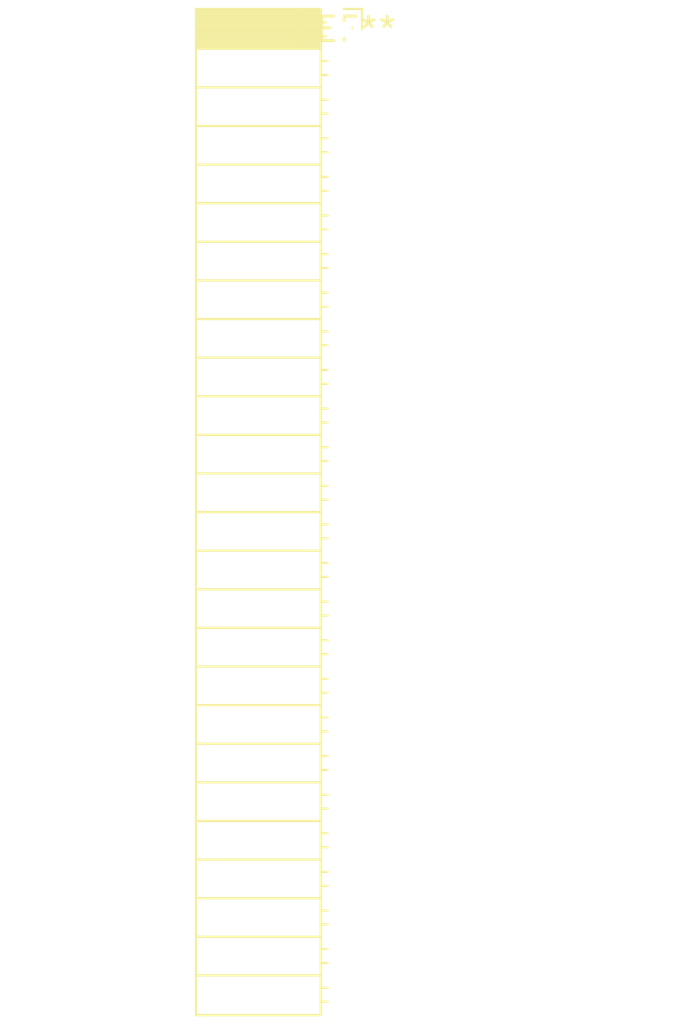
<source format=kicad_pcb>
(kicad_pcb (version 20240108) (generator pcbnew)
  (layers (0 "F.Cu" signal) (31 "B.Cu" signal) (34 "B.Paste" user) (35 "F.Paste" user) (36 "B.SilkS" user "B.Silkscreen") (37 "F.SilkS" user "F.Silkscreen") (38 "B.Mask" user) (39 "F.Mask" user) (44 "Edge.Cuts" user))
  (net 0 "")
  (footprint "PinSocket_1x26_P2.00mm_Horizontal" (layer "F.Cu") (at 0 0)
    (property "Reference" "REF**")
    (property "Value" "PinSocket_1x26_P2.00mm_Horizontal")
    (fp_line (start -7.68 -1.06) (end -7.68 51.06) (layer "F.SilkS") (stroke (width 0.12)))
    (fp_line (start -7.68 -1.06) (end -1.21 -1.06) (layer "F.SilkS") (stroke (width 0.12)))
    (fp_line (start -7.68 -0.94) (end -1.21 -0.94) (layer "F.SilkS") (stroke (width 0.12)))
    (fp_line (start -7.68 -0.825882) (end -1.21 -0.825882) (layer "F.SilkS") (stroke (width 0.12)))
    (fp_line (start -7.68 -0.711764) (end -1.21 -0.711764) (layer "F.SilkS") (stroke (width 0.12)))
    (fp_line (start -7.68 -0.597646) (end -1.21 -0.597646) (layer "F.SilkS") (stroke (width 0.12)))
    (fp_line (start -7.68 -0.483528) (end -1.21 -0.483528) (layer "F.SilkS") (stroke (width 0.12)))
    (fp_line (start -7.68 -0.36941) (end -1.21 -0.36941) (layer "F.SilkS") (stroke (width 0.12)))
    (fp_line (start -7.68 -0.255292) (end -1.21 -0.255292) (layer "F.SilkS") (stroke (width 0.12)))
    (fp_line (start -7.68 -0.141174) (end -1.21 -0.141174) (layer "F.SilkS") (stroke (width 0.12)))
    (fp_line (start -7.68 -0.027056) (end -1.21 -0.027056) (layer "F.SilkS") (stroke (width 0.12)))
    (fp_line (start -7.68 0.087062) (end -1.21 0.087062) (layer "F.SilkS") (stroke (width 0.12)))
    (fp_line (start -7.68 0.20118) (end -1.21 0.20118) (layer "F.SilkS") (stroke (width 0.12)))
    (fp_line (start -7.68 0.315298) (end -1.21 0.315298) (layer "F.SilkS") (stroke (width 0.12)))
    (fp_line (start -7.68 0.429416) (end -1.21 0.429416) (layer "F.SilkS") (stroke (width 0.12)))
    (fp_line (start -7.68 0.543534) (end -1.21 0.543534) (layer "F.SilkS") (stroke (width 0.12)))
    (fp_line (start -7.68 0.657652) (end -1.21 0.657652) (layer "F.SilkS") (stroke (width 0.12)))
    (fp_line (start -7.68 0.77177) (end -1.21 0.77177) (layer "F.SilkS") (stroke (width 0.12)))
    (fp_line (start -7.68 0.885888) (end -1.21 0.885888) (layer "F.SilkS") (stroke (width 0.12)))
    (fp_line (start -7.68 1) (end -1.21 1) (layer "F.SilkS") (stroke (width 0.12)))
    (fp_line (start -7.68 3) (end -1.21 3) (layer "F.SilkS") (stroke (width 0.12)))
    (fp_line (start -7.68 5) (end -1.21 5) (layer "F.SilkS") (stroke (width 0.12)))
    (fp_line (start -7.68 7) (end -1.21 7) (layer "F.SilkS") (stroke (width 0.12)))
    (fp_line (start -7.68 9) (end -1.21 9) (layer "F.SilkS") (stroke (width 0.12)))
    (fp_line (start -7.68 11) (end -1.21 11) (layer "F.SilkS") (stroke (width 0.12)))
    (fp_line (start -7.68 13) (end -1.21 13) (layer "F.SilkS") (stroke (width 0.12)))
    (fp_line (start -7.68 15) (end -1.21 15) (layer "F.SilkS") (stroke (width 0.12)))
    (fp_line (start -7.68 17) (end -1.21 17) (layer "F.SilkS") (stroke (width 0.12)))
    (fp_line (start -7.68 19) (end -1.21 19) (layer "F.SilkS") (stroke (width 0.12)))
    (fp_line (start -7.68 21) (end -1.21 21) (layer "F.SilkS") (stroke (width 0.12)))
    (fp_line (start -7.68 23) (end -1.21 23) (layer "F.SilkS") (stroke (width 0.12)))
    (fp_line (start -7.68 25) (end -1.21 25) (layer "F.SilkS") (stroke (width 0.12)))
    (fp_line (start -7.68 27) (end -1.21 27) (layer "F.SilkS") (stroke (width 0.12)))
    (fp_line (start -7.68 29) (end -1.21 29) (layer "F.SilkS") (stroke (width 0.12)))
    (fp_line (start -7.68 31) (end -1.21 31) (layer "F.SilkS") (stroke (width 0.12)))
    (fp_line (start -7.68 33) (end -1.21 33) (layer "F.SilkS") (stroke (width 0.12)))
    (fp_line (start -7.68 35) (end -1.21 35) (layer "F.SilkS") (stroke (width 0.12)))
    (fp_line (start -7.68 37) (end -1.21 37) (layer "F.SilkS") (stroke (width 0.12)))
    (fp_line (start -7.68 39) (end -1.21 39) (layer "F.SilkS") (stroke (width 0.12)))
    (fp_line (start -7.68 41) (end -1.21 41) (layer "F.SilkS") (stroke (width 0.12)))
    (fp_line (start -7.68 43) (end -1.21 43) (layer "F.SilkS") (stroke (width 0.12)))
    (fp_line (start -7.68 45) (end -1.21 45) (layer "F.SilkS") (stroke (width 0.12)))
    (fp_line (start -7.68 47) (end -1.21 47) (layer "F.SilkS") (stroke (width 0.12)))
    (fp_line (start -7.68 49) (end -1.21 49) (layer "F.SilkS") (stroke (width 0.12)))
    (fp_line (start -7.68 51.06) (end -1.21 51.06) (layer "F.SilkS") (stroke (width 0.12)))
    (fp_line (start -1.21 -1.06) (end -1.21 51.06) (layer "F.SilkS") (stroke (width 0.12)))
    (fp_line (start -1.21 -0.36) (end -0.935 -0.36) (layer "F.SilkS") (stroke (width 0.12)))
    (fp_line (start -1.21 0.36) (end -0.935 0.36) (layer "F.SilkS") (stroke (width 0.12)))
    (fp_line (start -1.21 1.64) (end -0.862917 1.64) (layer "F.SilkS") (stroke (width 0.12)))
    (fp_line (start -1.21 2.36) (end -0.862917 2.36) (layer "F.SilkS") (stroke (width 0.12)))
    (fp_line (start -1.21 3.64) (end -0.862917 3.64) (layer "F.SilkS") (stroke (width 0.12)))
    (fp_line (start -1.21 4.36) (end -0.862917 4.36) (layer "F.SilkS") (stroke (width 0.12)))
    (fp_line (start -1.21 5.64) (end -0.862917 5.64) (layer "F.SilkS") (stroke (width 0.12)))
    (fp_line (start -1.21 6.36) (end -0.862917 6.36) (layer "F.SilkS") (stroke (width 0.12)))
    (fp_line (start -1.21 7.64) (end -0.862917 7.64) (layer "F.SilkS") (stroke (width 0.12)))
    (fp_line (start -1.21 8.36) (end -0.862917 8.36) (layer "F.SilkS") (stroke (width 0.12)))
    (fp_line (start -1.21 9.64) (end -0.862917 9.64) (layer "F.SilkS") (stroke (width 0.12)))
    (fp_line (start -1.21 10.36) (end -0.862917 10.36) (layer "F.SilkS") (stroke (width 0.12)))
    (fp_line (start -1.21 11.64) (end -0.862917 11.64) (layer "F.SilkS") (stroke (width 0.12)))
    (fp_line (start -1.21 12.36) (end -0.862917 12.36) (layer "F.SilkS") (stroke (width 0.12)))
    (fp_line (start -1.21 13.64) (end -0.862917 13.64) (layer "F.SilkS") (stroke (width 0.12)))
    (fp_line (start -1.21 14.36) (end -0.862917 14.36) (layer "F.SilkS") (stroke (width 0.12)))
    (fp_line (start -1.21 15.64) (end -0.862917 15.64) (layer "F.SilkS") (stroke (width 0.12)))
    (fp_line (start -1.21 16.36) (end -0.862917 16.36) (layer "F.SilkS") (stroke (width 0.12)))
    (fp_line (start -1.21 17.64) (end -0.862917 17.64) (layer "F.SilkS") (stroke (width 0.12)))
    (fp_line (start -1.21 18.36) (end -0.862917 18.36) (layer "F.SilkS") (stroke (width 0.12)))
    (fp_line (start -1.21 19.64) (end -0.862917 19.64) (layer "F.SilkS") (stroke (width 0.12)))
    (fp_line (start -1.21 20.36) (end -0.862917 20.36) (layer "F.SilkS") (stroke (width 0.12)))
    (fp_line (start -1.21 21.64) (end -0.862917 21.64) (layer "F.SilkS") (stroke (width 0.12)))
    (fp_line (start -1.21 22.36) (end -0.862917 22.36) (layer "F.SilkS") (stroke (width 0.12)))
    (fp_line (start -1.21 23.64) (end -0.862917 23.64) (layer "F.SilkS") (stroke (width 0.12)))
    (fp_line (start -1.21 24.36) (end -0.862917 24.36) (layer "F.SilkS") (stroke (width 0.12)))
    (fp_line (start -1.21 25.64) (end -0.862917 25.64) (layer "F.SilkS") (stroke (width 0.12)))
    (fp_line (start -1.21 26.36) (end -0.862917 26.36) (layer "F.SilkS") (stroke (width 0.12)))
    (fp_line (start -1.21 27.64) (end -0.862917 27.64) (layer "F.SilkS") (stroke (width 0.12)))
    (fp_line (start -1.21 28.36) (end -0.862917 28.36) (layer "F.SilkS") (stroke (width 0.12)))
    (fp_line (start -1.21 29.64) (end -0.862917 29.64) (layer "F.SilkS") (stroke (width 0.12)))
    (fp_line (start -1.21 30.36) (end -0.862917 30.36) (layer "F.SilkS") (stroke (width 0.12)))
    (fp_line (start -1.21 31.64) (end -0.862917 31.64) (layer "F.SilkS") (stroke (width 0.12)))
    (fp_line (start -1.21 32.36) (end -0.862917 32.36) (layer "F.SilkS") (stroke (width 0.12)))
    (fp_line (start -1.21 33.64) (end -0.862917 33.64) (layer "F.SilkS") (stroke (width 0.12)))
    (fp_line (start -1.21 34.36) (end -0.862917 34.36) (layer "F.SilkS") (stroke (width 0.12)))
    (fp_line (start -1.21 35.64) (end -0.862917 35.64) (layer "F.SilkS") (stroke (width 0.12)))
    (fp_line (start -1.21 36.36) (end -0.862917 36.36) (layer "F.SilkS") (stroke (width 0.12)))
    (fp_line (start -1.21 37.64) (end -0.862917 37.64) (layer "F.SilkS") (stroke (width 0.12)))
    (fp_line (start -1.21 38.36) (end -0.862917 38.36) (layer "F.SilkS") (stroke (width 0.12)))
    (fp_line (start -1.21 39.64) (end -0.862917 39.64) (layer "F.SilkS") (stroke (width 0.12)))
    (fp_line (start -1.21 40.36) (end -0.862917 40.36) (layer "F.SilkS") (stroke (width 0.12)))
    (fp_line (start -1.21 41.64) (end -0.862917 41.64) (layer "F.SilkS") (stroke (width 0.12)))
    (fp_line (start -1.21 42.36) (end -0.862917 42.36) (layer "F.SilkS") (stroke (width 0.12)))
    (fp_line (start -1.21 43.64) (end -0.862917 43.64) (layer "F.SilkS") (stroke (width 0.12)))
    (fp_line (start -1.21 44.36) (end -0.862917 44.36) (layer "F.SilkS") (stroke (width 0.12)))
    (fp_line (start -1.21 45.64) (end -0.862917 45.64) (layer "F.SilkS") (stroke (width 0.12)))
    (fp_line (start -1.21 46.36) (end -0.862917 46.36) (layer "F.SilkS") (stroke (width 0.12)))
    (fp_line (start -1.21 47.64) (end -0.862917 47.64) (layer "F.SilkS") (stroke (width 0.12)))
    (fp_line (start -1.21 48.36) (end -0.862917 48.36) (layer "F.SilkS") (stroke (width 0.12)))
    (fp_line (start -1.21 49.64) (end -0.862917 49.64) (layer "F.SilkS") (stroke (width 0.12)))
    (fp_line (start -1.21 50.36) (end -0.862917 50.36) (layer "F.SilkS") (stroke (width 0.12)))
    (fp_line (start 0 -1.06) (end 0.935 -1.06) (layer "F.SilkS") (stroke (width 0.12)))
    (fp_line (start 0.935 -1.06) (end 0.935 0) (layer "F.SilkS") (stroke (width 0.12)))
    (pad "1" thru_hole rect (at 0 0) (size 1.35 1.35) (drill 0.8) (layers *.Cu *.Mask) (remove_unused_layers))
    (pad "2" thru_hole oval (at 0 2) (size 1.35 1.35) (drill 0.8) (layers *.Cu *.Mask) (remove_unused_layers))
    (pad "3" thru_hole oval (at 0 4) (size 1.35 1.35) (drill 0.8) (layers *.Cu *.Mask) (remove_unused_layers))
    (pad "4" thru_hole oval (at 0 6) (size 1.35 1.35) (drill 0.8) (layers *.Cu *.Mask) (remove_unused_layers))
    (pad "5" thru_hole oval (at 0 8) (size 1.35 1.35) (drill 0.8) (layers *.Cu *.Mask) (remove_unused_layers))
    (pad "6" thru_hole oval (at 0 10) (size 1.35 1.35) (drill 0.8) (layers *.Cu *.Mask) (remove_unused_layers))
    (pad "7" thru_hole oval (at 0 12) (size 1.35 1.35) (drill 0.8) (layers *.Cu *.Mask) (remove_unused_layers))
    (pad "8" thru_hole oval (at 0 14) (size 1.35 1.35) (drill 0.8) (layers *.Cu *.Mask) (remove_unused_layers))
    (pad "9" thru_hole oval (at 0 16) (size 1.35 1.35) (drill 0.8) (layers *.Cu *.Mask) (remove_unused_layers))
    (pad "10" thru_hole oval (at 0 18) (size 1.35 1.35) (drill 0.8) (layers *.Cu *.Mask) (remove_unused_layers))
    (pad "11" thru_hole oval (at 0 20) (size 1.35 1.35) (drill 0.8) (layers *.Cu *.Mask) (remove_unused_layers))
    (pad "12" thru_hole oval (at 0 22) (size 1.35 1.35) (drill 0.8) (layers *.Cu *.Mask) (remove_unused_layers))
    (pad "13" thru_hole oval (at 0 24) (size 1.35 1.35) (drill 0.8) (layers *.Cu *.Mask) (remove_unused_layers))
    (pad "14" thru_hole oval (at 0 26) (size 1.35 1.35) (drill 0.8) (layers *.Cu *.Mask) (remove_unused_layers))
    (pad "15" thru_hole oval (at 0 28) (size 1.35 1.35) (drill 0.8) (layers *.Cu *.Mask) (remove_unused_layers))
    (pad "16" thru_hole oval (at 0 30) (size 1.35 1.35) (drill 0.8) (layers *.Cu *.Mask) (remove_unused_layers))
    (pad "17" thru_hole oval (at 0 32) (size 1.35 1.35) (drill 0.8) (layers *.Cu *.Mask) (remove_unused_layers))
    (pad "18" thru_hole oval (at 0 34) (size 1.35 1.35) (drill 0.8) (layers *.Cu *.Mask) (remove_unused_layers))
    (pad "19" thru_hole oval (at 0 36) (size 1.35 1.35) (drill 0.8) (layers *.Cu *.Mask) (remove_unused_layers))
    (pad "20" thru_hole oval (at 0 38) (size 1.35 1.35) (drill 0.8) (layers *.Cu *.Mask) (remove_unused_layers))
    (pad "21" thru_hole oval (at 0 40) (size 1.35 1.35) (drill 0.8) (layers *.Cu *.Mask) (remove_unused_layers))
    (pad "22" thru_hole oval (at 0 42) (size 1.35 1.35) (drill 0.8) (layers *.Cu *.Mask) (remove_unused_layers))
    (pad "23" thru_hole oval (at 0 44) (size 1.35 1.35) (drill 0.8) (layers *.Cu *.Mask) (remove_unused_layers))
    (pad "24" thru_hole oval (at 0 46) (size 1.35 1.35) (drill 0.8) (layers *.Cu *.Mask) (remove_unused_layers))
    (pad "25" thru_hole oval (at 0 48) (size 1.35 1.35) (drill 0.8) (layers *.Cu *.Mask) (remove_unused_layers))
    (pad "26" thru_hole oval (at 0 50) (size 1.35 1.35) (drill 0.8) (layers *.Cu *.Mask) (remove_unused_layers))
  )
)
</source>
